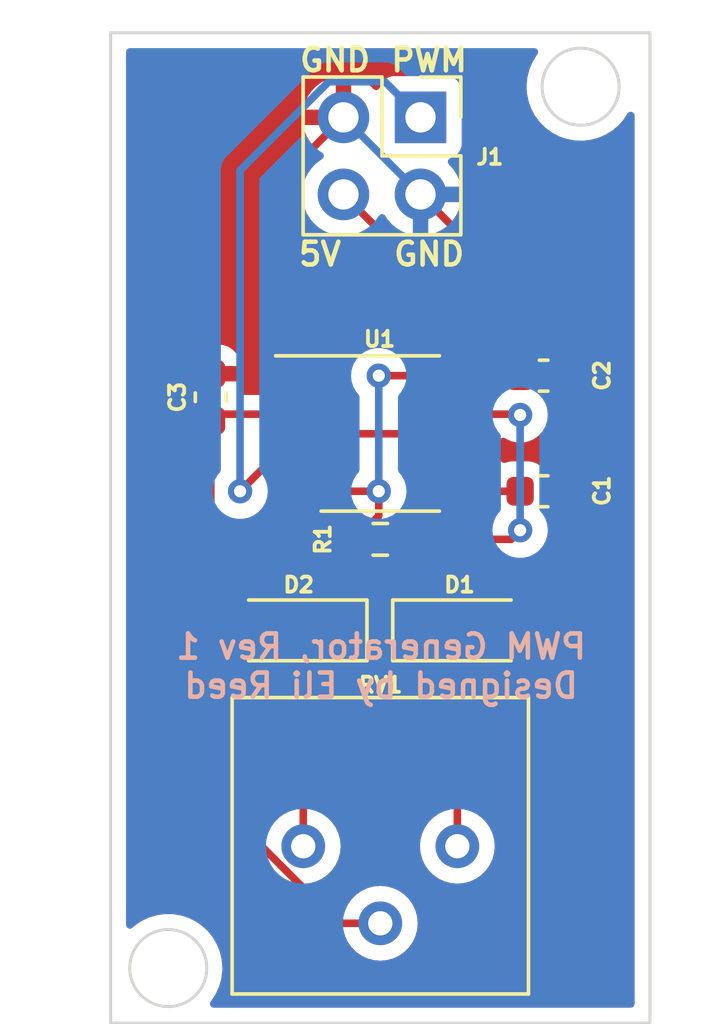
<source format=kicad_pcb>
(kicad_pcb (version 20211014) (generator pcbnew)
  (title_block (title "PWM Generator") (date "2022-02-06") (rev "1"))
  (layers (0 "F.Cu" signal) (31 "B.Cu" signal) (34 "B.Paste" user) (35 "F.Paste" user) (36 "B.SilkS" user "B.Silkscreen") (37 "F.SilkS" user "F.Silkscreen") (38 "B.Mask" user) (39 "F.Mask" user) (44 "Edge.Cuts" user))
  (net 0 "")
  (net 1 "Net-(C1-Pad1)")
  (net 2 "GND")
  (net 3 "+5V")
  (net 4 "/TR")
  (net 5 "Net-(D1-Pad1)")
  (net 6 "Net-(D1-Pad2)")
  (net 7 "Net-(D2-Pad2)")
  (net 8 "/OUT")
  (footprint "Diode_SMD:D_SOD-123" (layer "F.Cu") (at 107.8 111.9 180)
    (fp_text reference "D2" (at 0 1.5) (layer "F.SilkS") (effects (font (size 0.5 0.5) (thickness 0.125))))
    (fp_text value "D_Small")
    (fp_line (start -2.25 -1) (end -2.25 1) (layer "F.SilkS") (width 0.12))
    (fp_line (start -2.25 -1) (end 1.65 -1) (layer "F.SilkS") (width 0.12))
    (fp_line (start -2.25 1) (end 1.65 1) (layer "F.SilkS") (width 0.12))
    (pad "1" smd rect (at -1.65 0 180) (size 0.9 1.2) (layers "F.Cu" "F.Paste" "F.Mask") (net 6 "Net-(D1-Pad2)"))
    (pad "2" smd rect (at 1.65 0 180) (size 0.9 1.2) (layers "F.Cu" "F.Paste" "F.Mask") (net 7 "Net-(D2-Pad2)"))
  )
  (footprint "Connector_PinHeader_2.54mm:PinHeader_2x02_P2.54mm_Vertical" (layer "F.Cu") (at 111.8158 94.991 -90)
    (fp_text reference "J1" (at 1.309 -2.2842) (layer "F.SilkS") (effects (font (size 0.5 0.5) (thickness 0.125))))
    (fp_text value "Conn_02x02_Counter_Clockwise")
    (fp_line (start -1.33 3.87) (end 3.87 3.87) (layer "F.SilkS") (width 0.12))
    (fp_line (start -1.33 -1.33) (end 0 -1.33) (layer "F.SilkS") (width 0.12))
    (fp_line (start 3.87 -1.33) (end 3.87 3.87) (layer "F.SilkS") (width 0.12))
    (fp_line (start 1.27 1.27) (end 1.27 -1.33) (layer "F.SilkS") (width 0.12))
    (fp_line (start 1.27 -1.33) (end 3.87 -1.33) (layer "F.SilkS") (width 0.12))
    (fp_line (start -1.33 0) (end -1.33 -1.33) (layer "F.SilkS") (width 0.12))
    (fp_line (start -1.33 1.27) (end 1.27 1.27) (layer "F.SilkS") (width 0.12))
    (fp_line (start -1.33 1.27) (end -1.33 3.87) (layer "F.SilkS") (width 0.12))
    (pad "1" thru_hole rect (at 0 0 270) (size 1.7 1.7) (drill 1) (layers *.Cu *.Mask) (net 8 "/OUT"))
    (pad "2" thru_hole oval (at 2.54 0 270) (size 1.7 1.7) (drill 1) (layers *.Cu *.Mask) (net 2 "GND"))
    (pad "3" thru_hole oval (at 0 2.54 270) (size 1.7 1.7) (drill 1) (layers *.Cu *.Mask) (net 2 "GND"))
    (pad "4" thru_hole oval (at 2.54 2.54 270) (size 1.7 1.7) (drill 1) (layers *.Cu *.Mask) (net 3 "+5V"))
  )
  (footprint "Capacitor_SMD:C_0603_1608Metric" (layer "F.Cu") (at 115.8748 103.505 180)
    (fp_text reference "C2" (at -1.9252 0.005 270) (layer "F.SilkS") (effects (font (size 0.5 0.5) (thickness 0.125))))
    (fp_text value "0.1u")
    (fp_line (start -0.14058 -0.51) (end 0.14058 -0.51) (layer "F.SilkS") (width 0.12))
    (fp_line (start -0.14058 0.51) (end 0.14058 0.51) (layer "F.SilkS") (width 0.12))
    (pad "1" smd roundrect (at -0.775 0 180) (size 0.9 0.95) (layers "F.Cu" "F.Paste" "F.Mask") (net 2 "GND"))
    (pad "2" smd roundrect (at 0.775 0 180) (size 0.9 0.95) (layers "F.Cu" "F.Paste" "F.Mask") (net 3 "+5V"))
  )
  (footprint "Potentiometer_THT:Potentiometer_Bourns_3386P_Vertical" (layer "F.Cu") (at 107.95 119.015 -90)
    (fp_text reference "RV1" (at -5.315 -2.55 180) (layer "F.SilkS") (effects (font (size 0.5 0.5) (thickness 0.125))))
    (fp_text value "5k")
    (fp_line (start -4.9 2.345) (end 4.87 2.345) (layer "F.SilkS") (width 0.12))
    (fp_line (start -4.9 -7.425) (end 4.87 -7.425) (layer "F.SilkS") (width 0.12))
    (fp_line (start -4.9 -7.425) (end -4.9 2.345) (layer "F.SilkS") (width 0.12))
    (fp_line (start 4.87 -7.425) (end 4.87 2.345) (layer "F.SilkS") (width 0.12))
    (pad "1" thru_hole circle (at 0 0 270) (size 1.44 1.44) (drill 0.8) (layers *.Cu *.Mask) (net 7 "Net-(D2-Pad2)"))
    (pad "2" thru_hole circle (at 2.54 -2.54 270) (size 1.44 1.44) (drill 0.8) (layers *.Cu *.Mask) (net 4 "/TR"))
    (pad "3" thru_hole circle (at 0 -5.08 270) (size 1.44 1.44) (drill 0.8) (layers *.Cu *.Mask) (net 5 "Net-(D1-Pad1)"))
  )
  (footprint "Package_SO:SOIC-8_3.9x4.9mm_P1.27mm" (layer "F.Cu") (at 110.49 105.41)
    (fp_text reference "U1" (at -0.0254 -3.11) (layer "F.SilkS") (effects (font (size 0.5 0.5) (thickness 0.125))))
    (fp_text value "SA555D")
    (fp_line (start 0 2.56) (end 1.95 2.56) (layer "F.SilkS") (width 0.12))
    (fp_line (start 0 2.56) (end -1.95 2.56) (layer "F.SilkS") (width 0.12))
    (fp_line (start 0 -2.56) (end 1.95 -2.56) (layer "F.SilkS") (width 0.12))
    (fp_line (start 0 -2.56) (end -3.45 -2.56) (layer "F.SilkS") (width 0.12))
    (pad "1" smd roundrect (at -2.475 -1.905) (size 1.95 0.6) (layers "F.Cu" "F.Paste" "F.Mask") (net 2 "GND"))
    (pad "2" smd roundrect (at -2.475 -0.635) (size 1.95 0.6) (layers "F.Cu" "F.Paste" "F.Mask") (net 4 "/TR"))
    (pad "3" smd roundrect (at -2.475 0.635) (size 1.95 0.6) (layers "F.Cu" "F.Paste" "F.Mask") (net 8 "/OUT"))
    (pad "4" smd roundrect (at -2.475 1.905) (size 1.95 0.6) (layers "F.Cu" "F.Paste" "F.Mask") (net 3 "+5V"))
    (pad "5" smd roundrect (at 2.475 1.905) (size 1.95 0.6) (layers "F.Cu" "F.Paste" "F.Mask") (net 1 "Net-(C1-Pad1)"))
    (pad "6" smd roundrect (at 2.475 0.635) (size 1.95 0.6) (layers "F.Cu" "F.Paste" "F.Mask") (net 4 "/TR"))
    (pad "7" smd roundrect (at 2.475 -0.635) (size 1.95 0.6) (layers "F.Cu" "F.Paste" "F.Mask") (net 6 "Net-(D1-Pad2)"))
    (pad "8" smd roundrect (at 2.475 -1.905) (size 1.95 0.6) (layers "F.Cu" "F.Paste" "F.Mask") (net 3 "+5V"))
  )
  (footprint "Capacitor_SMD:C_0603_1608Metric" (layer "F.Cu") (at 104.902 104.2162 -90)
    (fp_text reference "C3" (at 0 1.102 90) (layer "F.SilkS") (effects (font (size 0.5 0.5) (thickness 0.125))))
    (fp_text value "47u")
    (fp_line (start -0.14058 -0.51) (end 0.14058 -0.51) (layer "F.SilkS") (width 0.12))
    (fp_line (start -0.14058 0.51) (end 0.14058 0.51) (layer "F.SilkS") (width 0.12))
    (pad "1" smd roundrect (at -0.775 0 270) (size 0.9 0.95) (layers "F.Cu" "F.Paste" "F.Mask") (net 2 "GND"))
    (pad "2" smd roundrect (at 0.775 0 270) (size 0.9 0.95) (layers "F.Cu" "F.Paste" "F.Mask") (net 4 "/TR"))
  )
  (footprint "Diode_SMD:D_SOD-123" (layer "F.Cu") (at 113.15 111.9)
    (fp_text reference "D1" (at -0.05 -1.5) (layer "F.SilkS") (effects (font (size 0.5 0.5) (thickness 0.125))))
    (fp_text value "D_Small")
    (fp_line (start -2.25 1) (end 1.65 1) (layer "F.SilkS") (width 0.12))
    (fp_line (start -2.25 -1) (end -2.25 1) (layer "F.SilkS") (width 0.12))
    (fp_line (start -2.25 -1) (end 1.65 -1) (layer "F.SilkS") (width 0.12))
    (pad "1" smd rect (at -1.65 0) (size 0.9 1.2) (layers "F.Cu" "F.Paste" "F.Mask") (net 5 "Net-(D1-Pad1)"))
    (pad "2" smd rect (at 1.65 0) (size 0.9 1.2) (layers "F.Cu" "F.Paste" "F.Mask") (net 6 "Net-(D1-Pad2)"))
  )
  (footprint "Resistor_SMD:R_0603_1608Metric" (layer "F.Cu") (at 110.49 108.9)
    (fp_text reference "R1" (at -1.89 0 90) (layer "F.SilkS") (effects (font (size 0.5 0.5) (thickness 0.125))))
    (fp_text value "1k")
    (fp_line (start -0.237258 -0.5225) (end 0.237258 -0.5225) (layer "F.SilkS") (width 0.12))
    (fp_line (start -0.237258 0.5225) (end 0.237258 0.5225) (layer "F.SilkS") (width 0.12))
    (pad "1" smd roundrect (at -0.825 0) (size 0.8 0.95) (layers "F.Cu" "F.Paste" "F.Mask") (net 3 "+5V"))
    (pad "2" smd roundrect (at 0.825 0) (size 0.8 0.95) (layers "F.Cu" "F.Paste" "F.Mask") (net 6 "Net-(D1-Pad2)"))
  )
  (footprint "Capacitor_SMD:C_0603_1608Metric" (layer "F.Cu") (at 115.8748 107.315)
    (fp_text reference "C1" (at 1.9252 -0.015 90) (layer "F.SilkS") (effects (font (size 0.5 0.5) (thickness 0.125))))
    (fp_text value "0.01u")
    (fp_line (start -0.14058 -0.51) (end 0.14058 -0.51) (layer "F.SilkS") (width 0.12))
    (fp_line (start -0.14058 0.51) (end 0.14058 0.51) (layer "F.SilkS") (width 0.12))
    (pad "1" smd roundrect (at -0.775 0) (size 0.9 0.95) (layers "F.Cu" "F.Paste" "F.Mask") (net 1 "Net-(C1-Pad1)"))
    (pad "2" smd roundrect (at 0.775 0) (size 0.9 0.95) (layers "F.Cu" "F.Paste" "F.Mask") (net 2 "GND"))
  )
  (gr_rect (start 101.6 92.202) (end 119.38 124.844) (layer "Edge.Cuts") (width 0.1) (fill none))
  (gr_circle (center 103.5 123.03) (end 104.77 123.03) (layer "Edge.Cuts") (width 0.1) (fill none))
  (gr_circle (center 117.094 93.98) (end 118.364 93.98) (layer "Edge.Cuts") (width 0.1) (fill none))
  (gr_text "PWM Generator, Rev 1\nDesigned by Eli Reed" (at 110.5154 113.0808) (layer "B.SilkS") (effects (font (size 0.8 0.8)) (justify mirror)))
  (gr_text "GND" (at 109 93.1) (layer "F.SilkS") (effects (font (size 0.75 0.75))))
  (gr_text "5V" (at 108.5 99.5) (layer "F.SilkS") (effects (font (size 0.75 0.75))))
  (gr_text "PWM" (at 112.1 93.1) (layer "F.SilkS") (effects (font (size 0.75 0.75))))
  (gr_text "GND" (at 112.1 99.5) (layer "F.SilkS") (effects (font (size 0.75 0.75))))
  (segment (start 115.0998 107.315) (end 112.965 107.315) (width 0.25) (layer "F.Cu") (net 1))
  (segment (start 116.6498 107.315) (end 116.6498 103.505) (width 0.25) (layer "F.Cu") (net 2))
  (segment (start 111.8158 97.531) (end 116.6498 102.365) (width 0.25) (layer "F.Cu") (net 2))
  (segment (start 104.902 103.4412) (end 104.902 99.3648) (width 0.25) (layer "F.Cu") (net 2))
  (segment (start 104.9658 103.505) (end 104.902 103.4412) (width 0.25) (layer "F.Cu") (net 2))
  (segment (start 116.6498 102.365) (end 116.6498 103.505) (width 0.25) (layer "F.Cu") (net 2))
  (segment (start 108.015 103.505) (end 104.9658 103.505) (width 0.25) (layer "F.Cu") (net 2))
  (segment (start 104.902 99.3648) (end 109.2758 94.991) (width 0.25) (layer "F.Cu") (net 2))
  (segment (start 109.2758 94.991) (end 111.8158 97.531) (width 0.25) (layer "B.Cu") (net 2))
  (segment (start 110.4392 103.505) (end 112.965 103.505) (width 0.25) (layer "F.Cu") (net 3))
  (segment (start 110.4392 108.1258) (end 109.665 108.9) (width 0.25) (layer "F.Cu") (net 3))
  (segment (start 110.4392 107.315) (end 110.4392 108.1258) (width 0.25) (layer "F.Cu") (net 3))
  (segment (start 115.0998 103.355) (end 109.2758 97.531) (width 0.25) (layer "F.Cu") (net 3))
  (segment (start 115.0998 103.505) (end 115.0998 103.355) (width 0.25) (layer "F.Cu") (net 3))
  (segment (start 108.015 107.315) (end 110.4392 107.315) (width 0.25) (layer "F.Cu") (net 3))
  (segment (start 115.0998 103.505) (end 112.965 103.505) (width 0.25) (layer "F.Cu") (net 3))
  (via (at 110.4392 103.505) (size 0.8) (drill 0.4) (layers "F.Cu" "B.Cu") (net 3))
  (via (at 110.4392 107.315) (size 0.8) (drill 0.4) (layers "F.Cu" "B.Cu") (net 3))
  (segment (start 110.4392 107.315) (end 110.4392 103.505) (width 0.25) (layer "B.Cu") (net 3))
  (segment (start 112.34048 105.42048) (end 108.66048 105.42048) (width 0.25) (layer "F.Cu") (net 4))
  (segment (start 108.015 104.775) (end 105.1182 104.775) (width 0.25) (layer "F.Cu") (net 4))
  (segment (start 105.1182 104.775) (end 104.902 104.9912) (width 0.25) (layer "F.Cu") (net 4))
  (segment (start 108.66048 105.42048) (end 108.015 104.775) (width 0.25) (layer "F.Cu") (net 4))
  (segment (start 112.965 106.045) (end 112.34048 105.42048) (width 0.25) (layer "F.Cu") (net 4))
  (segment (start 104.902 117.340925) (end 104.902 104.9912) (width 0.25) (layer "F.Cu") (net 4))
  (segment (start 110.49 121.555) (end 109.116075 121.555) (width 0.25) (layer "F.Cu") (net 4))
  (segment (start 109.116075 121.555) (end 104.902 117.340925) (width 0.25) (layer "F.Cu") (net 4))
  (segment (start 113.03 119.015) (end 113.03 114.72) (width 0.25) (layer "F.Cu") (net 5))
  (segment (start 111.5 111.9) (end 111.5 113.19) (width 0.25) (layer "F.Cu") (net 5))
  (segment (start 111.5 113.19) (end 113.03 114.72) (width 0.25) (layer "F.Cu") (net 5))
  (segment (start 109.45 111.9) (end 109.45 110.765) (width 0.25) (layer "F.Cu") (net 6))
  (segment (start 114.8 108.9) (end 115.1 108.6) (width 0.25) (layer "F.Cu") (net 6))
  (segment (start 109.45 110.765) (end 111.315 108.9) (width 0.25) (layer "F.Cu") (net 6))
  (segment (start 114.8 111.9) (end 111.8 108.9) (width 0.25) (layer "F.Cu") (net 6))
  (segment (start 111.315 108.9) (end 114.8 108.9) (width 0.25) (layer "F.Cu") (net 6))
  (segment (start 112.965 104.775) (end 115.075 104.775) (width 0.25) (layer "F.Cu") (net 6))
  (segment (start 115.075 104.775) (end 115.1 104.8) (width 0.25) (layer "F.Cu") (net 6))
  (segment (start 111.8 108.9) (end 111.315 108.9) (width 0.25) (layer "F.Cu") (net 6))
  (via (at 115.1 108.6) (size 0.8) (drill 0.4) (layers "F.Cu" "B.Cu") (net 6))
  (via (at 115.1 104.8) (size 0.8) (drill 0.4) (layers "F.Cu" "B.Cu") (net 6))
  (segment (start 115.1 104.8) (end 115.1 108.6) (width 0.25) (layer "B.Cu") (net 6))
  (segment (start 106.15 111.9) (end 106.15 112.9) (width 0.25) (layer "F.Cu") (net 7))
  (segment (start 106.15 112.9) (end 107.95 114.7) (width 0.25) (layer "F.Cu") (net 7))
  (segment (start 107.95 119.015) (end 107.95 114.7) (width 0.25) (layer "F.Cu") (net 7))
  (segment (start 107.1372 106.045) (end 105.8672 107.315) (width 0.25) (layer "F.Cu") (net 8))
  (segment (start 108.015 106.045) (end 107.1372 106.045) (width 0.25) (layer "F.Cu") (net 8))
  (via (at 105.8672 107.315) (size 0.8) (drill 0.4) (layers "F.Cu" "B.Cu") (net 8))
  (segment (start 105.8672 96.73859) (end 108.789301 93.816489) (width 0.25) (layer "B.Cu") (net 8))
  (segment (start 108.789301 93.816489) (end 110.641289 93.816489) (width 0.25) (layer "B.Cu") (net 8))
  (segment (start 105.8672 107.315) (end 105.8672 96.73859) (width 0.25) (layer "B.Cu") (net 8))
  (segment (start 110.641289 93.816489) (end 111.8158 94.991) (width 0.25) (layer "B.Cu") (net 8))
  (zone (net 2) (net_name "GND") (layer "F.Cu") (connect_pads (clearance 0.508)) (min_thickness 0.254) (fill yes (thermal_gap 0.508) (thermal_bridge_width 0.508))
    (polygon (pts (xy 119.4 124.9) (xy 101.6 124.9) (xy 101.6 92.2) (xy 119.4 92.2)))
  )
  (zone (net 2) (net_name "GND") (layer "B.Cu") (connect_pads (clearance 0.508)) (min_thickness 0.254) (fill yes (thermal_gap 0.508) (thermal_bridge_width 0.508))
    (polygon (pts (xy 119.378001 124.844) (xy 101.598001 124.8186) (xy 101.6 92.202) (xy 119.38 92.202)))
  )
)
</source>
